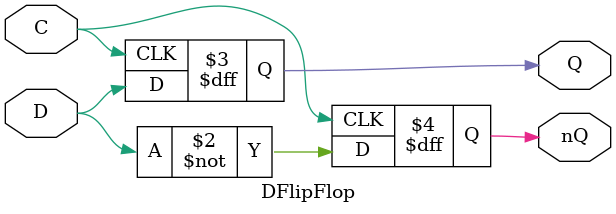
<source format=v>
module DFlipFlop(input wire C, input wire D, output reg Q, output reg nQ);
	always@(posedge C)
	begin
		Q = D;
		nQ = ~D;
	end
endmodule
</source>
